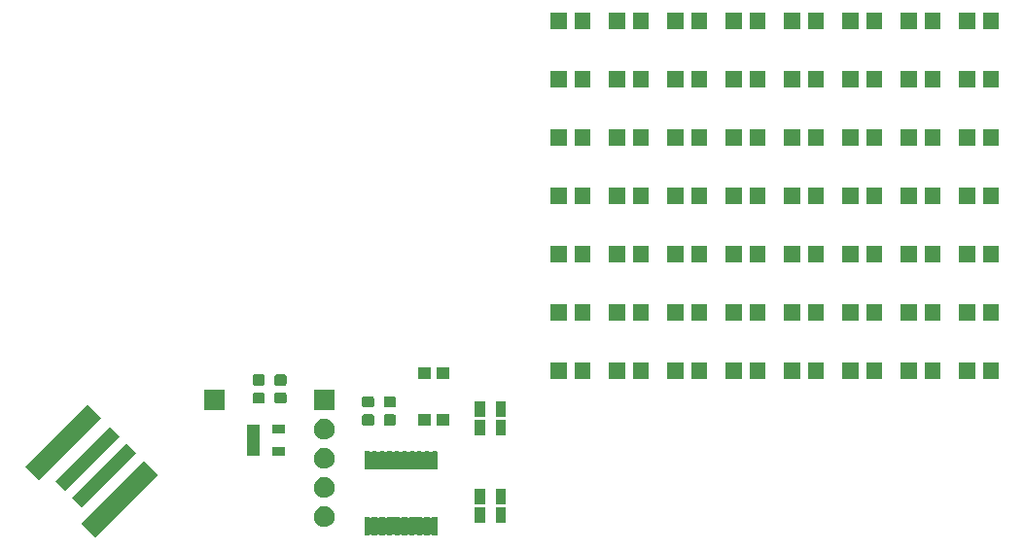
<source format=gbr>
G04 #@! TF.GenerationSoftware,KiCad,Pcbnew,(5.1.5-0-10_14)*
G04 #@! TF.CreationDate,2020-05-23T19:03:48-06:00*
G04 #@! TF.ProjectId,business_card_v1,62757369-6e65-4737-935f-636172645f76,rev?*
G04 #@! TF.SameCoordinates,Original*
G04 #@! TF.FileFunction,Soldermask,Top*
G04 #@! TF.FilePolarity,Negative*
%FSLAX46Y46*%
G04 Gerber Fmt 4.6, Leading zero omitted, Abs format (unit mm)*
G04 Created by KiCad (PCBNEW (5.1.5-0-10_14)) date 2020-05-23 19:03:48*
%MOMM*%
%LPD*%
G04 APERTURE LIST*
%ADD10C,0.100000*%
G04 APERTURE END LIST*
D10*
G36*
X117627397Y-123037275D02*
G01*
X112180412Y-128484260D01*
X110976067Y-127279915D01*
X116423052Y-121832930D01*
X117627397Y-123037275D01*
G37*
G36*
X136022670Y-126726303D02*
G01*
X136034375Y-126729854D01*
X136045165Y-126735621D01*
X136059188Y-126747130D01*
X136068204Y-126756145D01*
X136088578Y-126769759D01*
X136111217Y-126779135D01*
X136135251Y-126783915D01*
X136159755Y-126783915D01*
X136183788Y-126779134D01*
X136206426Y-126769756D01*
X136226801Y-126756142D01*
X136235817Y-126747126D01*
X136249835Y-126735621D01*
X136260625Y-126729854D01*
X136272330Y-126726303D01*
X136290638Y-126724500D01*
X136654362Y-126724500D01*
X136672670Y-126726303D01*
X136684375Y-126729854D01*
X136695165Y-126735621D01*
X136709188Y-126747130D01*
X136718204Y-126756145D01*
X136738578Y-126769759D01*
X136761217Y-126779135D01*
X136785251Y-126783915D01*
X136809755Y-126783915D01*
X136833788Y-126779134D01*
X136856426Y-126769756D01*
X136876801Y-126756142D01*
X136885817Y-126747126D01*
X136899835Y-126735621D01*
X136910625Y-126729854D01*
X136922330Y-126726303D01*
X136940638Y-126724500D01*
X137304362Y-126724500D01*
X137322670Y-126726303D01*
X137334375Y-126729854D01*
X137345165Y-126735621D01*
X137359188Y-126747130D01*
X137368204Y-126756145D01*
X137388578Y-126769759D01*
X137411217Y-126779135D01*
X137435251Y-126783915D01*
X137459755Y-126783915D01*
X137483788Y-126779134D01*
X137506426Y-126769756D01*
X137526801Y-126756142D01*
X137535817Y-126747126D01*
X137549835Y-126735621D01*
X137560625Y-126729854D01*
X137572330Y-126726303D01*
X137590638Y-126724500D01*
X137954362Y-126724500D01*
X137972670Y-126726303D01*
X137984375Y-126729854D01*
X137995165Y-126735621D01*
X138009188Y-126747130D01*
X138018204Y-126756145D01*
X138038578Y-126769759D01*
X138061217Y-126779135D01*
X138085251Y-126783915D01*
X138109755Y-126783915D01*
X138133788Y-126779134D01*
X138156426Y-126769756D01*
X138176801Y-126756142D01*
X138185817Y-126747126D01*
X138199835Y-126735621D01*
X138210625Y-126729854D01*
X138222330Y-126726303D01*
X138240638Y-126724500D01*
X138604362Y-126724500D01*
X138622670Y-126726303D01*
X138634375Y-126729854D01*
X138645165Y-126735621D01*
X138659188Y-126747130D01*
X138668204Y-126756145D01*
X138688578Y-126769759D01*
X138711217Y-126779135D01*
X138735251Y-126783915D01*
X138759755Y-126783915D01*
X138783788Y-126779134D01*
X138806426Y-126769756D01*
X138826801Y-126756142D01*
X138835817Y-126747126D01*
X138849835Y-126735621D01*
X138860625Y-126729854D01*
X138872330Y-126726303D01*
X138890638Y-126724500D01*
X139254362Y-126724500D01*
X139272670Y-126726303D01*
X139284375Y-126729854D01*
X139295165Y-126735621D01*
X139309188Y-126747130D01*
X139318204Y-126756145D01*
X139338578Y-126769759D01*
X139361217Y-126779135D01*
X139385251Y-126783915D01*
X139409755Y-126783915D01*
X139433788Y-126779134D01*
X139456426Y-126769756D01*
X139476801Y-126756142D01*
X139485817Y-126747126D01*
X139499835Y-126735621D01*
X139510625Y-126729854D01*
X139522330Y-126726303D01*
X139540638Y-126724500D01*
X139904362Y-126724500D01*
X139922670Y-126726303D01*
X139934375Y-126729854D01*
X139945165Y-126735621D01*
X139959188Y-126747130D01*
X139968204Y-126756145D01*
X139988578Y-126769759D01*
X140011217Y-126779135D01*
X140035251Y-126783915D01*
X140059755Y-126783915D01*
X140083788Y-126779134D01*
X140106426Y-126769756D01*
X140126801Y-126756142D01*
X140135817Y-126747126D01*
X140149835Y-126735621D01*
X140160625Y-126729854D01*
X140172330Y-126726303D01*
X140190638Y-126724500D01*
X140554362Y-126724500D01*
X140572670Y-126726303D01*
X140584375Y-126729854D01*
X140595165Y-126735621D01*
X140609188Y-126747130D01*
X140618204Y-126756145D01*
X140638578Y-126769759D01*
X140661217Y-126779135D01*
X140685251Y-126783915D01*
X140709755Y-126783915D01*
X140733788Y-126779134D01*
X140756426Y-126769756D01*
X140776801Y-126756142D01*
X140785817Y-126747126D01*
X140799835Y-126735621D01*
X140810625Y-126729854D01*
X140822330Y-126726303D01*
X140840638Y-126724500D01*
X141204362Y-126724500D01*
X141222670Y-126726303D01*
X141234375Y-126729854D01*
X141245165Y-126735621D01*
X141259188Y-126747130D01*
X141268204Y-126756145D01*
X141288578Y-126769759D01*
X141311217Y-126779135D01*
X141335251Y-126783915D01*
X141359755Y-126783915D01*
X141383788Y-126779134D01*
X141406426Y-126769756D01*
X141426801Y-126756142D01*
X141435817Y-126747126D01*
X141449835Y-126735621D01*
X141460625Y-126729854D01*
X141472330Y-126726303D01*
X141490638Y-126724500D01*
X141854362Y-126724500D01*
X141872670Y-126726303D01*
X141884375Y-126729854D01*
X141895165Y-126735621D01*
X141904619Y-126743381D01*
X141912379Y-126752835D01*
X141918146Y-126763625D01*
X141921697Y-126775330D01*
X141923500Y-126793638D01*
X141923500Y-128232362D01*
X141921697Y-128250670D01*
X141918146Y-128262375D01*
X141912379Y-128273165D01*
X141904619Y-128282619D01*
X141895165Y-128290379D01*
X141884375Y-128296146D01*
X141872670Y-128299697D01*
X141854362Y-128301500D01*
X141490638Y-128301500D01*
X141472330Y-128299697D01*
X141460625Y-128296146D01*
X141449835Y-128290379D01*
X141435812Y-128278870D01*
X141426796Y-128269855D01*
X141406422Y-128256241D01*
X141383783Y-128246865D01*
X141359749Y-128242085D01*
X141335245Y-128242085D01*
X141311212Y-128246866D01*
X141288574Y-128256244D01*
X141268199Y-128269858D01*
X141259183Y-128278874D01*
X141245165Y-128290379D01*
X141234375Y-128296146D01*
X141222670Y-128299697D01*
X141204362Y-128301500D01*
X140840638Y-128301500D01*
X140822330Y-128299697D01*
X140810625Y-128296146D01*
X140799835Y-128290379D01*
X140785812Y-128278870D01*
X140776796Y-128269855D01*
X140756422Y-128256241D01*
X140733783Y-128246865D01*
X140709749Y-128242085D01*
X140685245Y-128242085D01*
X140661212Y-128246866D01*
X140638574Y-128256244D01*
X140618199Y-128269858D01*
X140609183Y-128278874D01*
X140595165Y-128290379D01*
X140584375Y-128296146D01*
X140572670Y-128299697D01*
X140554362Y-128301500D01*
X140190638Y-128301500D01*
X140172330Y-128299697D01*
X140160625Y-128296146D01*
X140149835Y-128290379D01*
X140135812Y-128278870D01*
X140126796Y-128269855D01*
X140106422Y-128256241D01*
X140083783Y-128246865D01*
X140059749Y-128242085D01*
X140035245Y-128242085D01*
X140011212Y-128246866D01*
X139988574Y-128256244D01*
X139968199Y-128269858D01*
X139959183Y-128278874D01*
X139945165Y-128290379D01*
X139934375Y-128296146D01*
X139922670Y-128299697D01*
X139904362Y-128301500D01*
X139540638Y-128301500D01*
X139522330Y-128299697D01*
X139510625Y-128296146D01*
X139499835Y-128290379D01*
X139485812Y-128278870D01*
X139476796Y-128269855D01*
X139456422Y-128256241D01*
X139433783Y-128246865D01*
X139409749Y-128242085D01*
X139385245Y-128242085D01*
X139361212Y-128246866D01*
X139338574Y-128256244D01*
X139318199Y-128269858D01*
X139309183Y-128278874D01*
X139295165Y-128290379D01*
X139284375Y-128296146D01*
X139272670Y-128299697D01*
X139254362Y-128301500D01*
X138890638Y-128301500D01*
X138872330Y-128299697D01*
X138860625Y-128296146D01*
X138849835Y-128290379D01*
X138835812Y-128278870D01*
X138826796Y-128269855D01*
X138806422Y-128256241D01*
X138783783Y-128246865D01*
X138759749Y-128242085D01*
X138735245Y-128242085D01*
X138711212Y-128246866D01*
X138688574Y-128256244D01*
X138668199Y-128269858D01*
X138659183Y-128278874D01*
X138645165Y-128290379D01*
X138634375Y-128296146D01*
X138622670Y-128299697D01*
X138604362Y-128301500D01*
X138240638Y-128301500D01*
X138222330Y-128299697D01*
X138210625Y-128296146D01*
X138199835Y-128290379D01*
X138185812Y-128278870D01*
X138176796Y-128269855D01*
X138156422Y-128256241D01*
X138133783Y-128246865D01*
X138109749Y-128242085D01*
X138085245Y-128242085D01*
X138061212Y-128246866D01*
X138038574Y-128256244D01*
X138018199Y-128269858D01*
X138009183Y-128278874D01*
X137995165Y-128290379D01*
X137984375Y-128296146D01*
X137972670Y-128299697D01*
X137954362Y-128301500D01*
X137590638Y-128301500D01*
X137572330Y-128299697D01*
X137560625Y-128296146D01*
X137549835Y-128290379D01*
X137535812Y-128278870D01*
X137526796Y-128269855D01*
X137506422Y-128256241D01*
X137483783Y-128246865D01*
X137459749Y-128242085D01*
X137435245Y-128242085D01*
X137411212Y-128246866D01*
X137388574Y-128256244D01*
X137368199Y-128269858D01*
X137359183Y-128278874D01*
X137345165Y-128290379D01*
X137334375Y-128296146D01*
X137322670Y-128299697D01*
X137304362Y-128301500D01*
X136940638Y-128301500D01*
X136922330Y-128299697D01*
X136910625Y-128296146D01*
X136899835Y-128290379D01*
X136885812Y-128278870D01*
X136876796Y-128269855D01*
X136856422Y-128256241D01*
X136833783Y-128246865D01*
X136809749Y-128242085D01*
X136785245Y-128242085D01*
X136761212Y-128246866D01*
X136738574Y-128256244D01*
X136718199Y-128269858D01*
X136709183Y-128278874D01*
X136695165Y-128290379D01*
X136684375Y-128296146D01*
X136672670Y-128299697D01*
X136654362Y-128301500D01*
X136290638Y-128301500D01*
X136272330Y-128299697D01*
X136260625Y-128296146D01*
X136249835Y-128290379D01*
X136235812Y-128278870D01*
X136226796Y-128269855D01*
X136206422Y-128256241D01*
X136183783Y-128246865D01*
X136159749Y-128242085D01*
X136135245Y-128242085D01*
X136111212Y-128246866D01*
X136088574Y-128256244D01*
X136068199Y-128269858D01*
X136059183Y-128278874D01*
X136045165Y-128290379D01*
X136034375Y-128296146D01*
X136022670Y-128299697D01*
X136004362Y-128301500D01*
X135640638Y-128301500D01*
X135622330Y-128299697D01*
X135610625Y-128296146D01*
X135599835Y-128290379D01*
X135590381Y-128282619D01*
X135582621Y-128273165D01*
X135576854Y-128262375D01*
X135573303Y-128250670D01*
X135571500Y-128232362D01*
X135571500Y-126793638D01*
X135573303Y-126775330D01*
X135576854Y-126763625D01*
X135582621Y-126752835D01*
X135590381Y-126743381D01*
X135599835Y-126735621D01*
X135610625Y-126729854D01*
X135622330Y-126726303D01*
X135640638Y-126724500D01*
X136004362Y-126724500D01*
X136022670Y-126726303D01*
G37*
G36*
X132193512Y-125786427D02*
G01*
X132342812Y-125816124D01*
X132506784Y-125884044D01*
X132654354Y-125982647D01*
X132779853Y-126108146D01*
X132878456Y-126255716D01*
X132946376Y-126419688D01*
X132981000Y-126593759D01*
X132981000Y-126771241D01*
X132946376Y-126945312D01*
X132878456Y-127109284D01*
X132779853Y-127256854D01*
X132654354Y-127382353D01*
X132506784Y-127480956D01*
X132342812Y-127548876D01*
X132193512Y-127578573D01*
X132168742Y-127583500D01*
X131991258Y-127583500D01*
X131966488Y-127578573D01*
X131817188Y-127548876D01*
X131653216Y-127480956D01*
X131505646Y-127382353D01*
X131380147Y-127256854D01*
X131281544Y-127109284D01*
X131213624Y-126945312D01*
X131179000Y-126771241D01*
X131179000Y-126593759D01*
X131213624Y-126419688D01*
X131281544Y-126255716D01*
X131380147Y-126108146D01*
X131505646Y-125982647D01*
X131653216Y-125884044D01*
X131817188Y-125816124D01*
X131966488Y-125786427D01*
X131991258Y-125781500D01*
X132168742Y-125781500D01*
X132193512Y-125786427D01*
G37*
G36*
X147909000Y-127231000D02*
G01*
X147007000Y-127231000D01*
X147007000Y-125879000D01*
X147909000Y-125879000D01*
X147909000Y-127231000D01*
G37*
G36*
X146109000Y-127231000D02*
G01*
X145207000Y-127231000D01*
X145207000Y-125879000D01*
X146109000Y-125879000D01*
X146109000Y-127231000D01*
G37*
G36*
X115682854Y-121092731D02*
G01*
X110942975Y-125832610D01*
X110092184Y-124981819D01*
X114832063Y-120241940D01*
X115682854Y-121092731D01*
G37*
G36*
X146109000Y-125581000D02*
G01*
X145207000Y-125581000D01*
X145207000Y-124229000D01*
X146109000Y-124229000D01*
X146109000Y-125581000D01*
G37*
G36*
X147909000Y-125581000D02*
G01*
X147007000Y-125581000D01*
X147007000Y-124229000D01*
X147909000Y-124229000D01*
X147909000Y-125581000D01*
G37*
G36*
X132193512Y-123246427D02*
G01*
X132342812Y-123276124D01*
X132506784Y-123344044D01*
X132654354Y-123442647D01*
X132779853Y-123568146D01*
X132878456Y-123715716D01*
X132946376Y-123879688D01*
X132981000Y-124053759D01*
X132981000Y-124231241D01*
X132946376Y-124405312D01*
X132878456Y-124569284D01*
X132779853Y-124716854D01*
X132654354Y-124842353D01*
X132506784Y-124940956D01*
X132342812Y-125008876D01*
X132193512Y-125038573D01*
X132168742Y-125043500D01*
X131991258Y-125043500D01*
X131966488Y-125038573D01*
X131817188Y-125008876D01*
X131653216Y-124940956D01*
X131505646Y-124842353D01*
X131380147Y-124716854D01*
X131281544Y-124569284D01*
X131213624Y-124405312D01*
X131179000Y-124231241D01*
X131179000Y-124053759D01*
X131213624Y-123879688D01*
X131281544Y-123715716D01*
X131380147Y-123568146D01*
X131505646Y-123442647D01*
X131653216Y-123344044D01*
X131817188Y-123276124D01*
X131966488Y-123246427D01*
X131991258Y-123241500D01*
X132168742Y-123241500D01*
X132193512Y-123246427D01*
G37*
G36*
X114268640Y-119678517D02*
G01*
X109528761Y-124418396D01*
X108677970Y-123567605D01*
X113417849Y-118827726D01*
X114268640Y-119678517D01*
G37*
G36*
X112677650Y-118087528D02*
G01*
X107230665Y-123534513D01*
X106026320Y-122330168D01*
X111473305Y-116883183D01*
X112677650Y-118087528D01*
G37*
G36*
X136022670Y-121001303D02*
G01*
X136034375Y-121004854D01*
X136045165Y-121010621D01*
X136059188Y-121022130D01*
X136068204Y-121031145D01*
X136088578Y-121044759D01*
X136111217Y-121054135D01*
X136135251Y-121058915D01*
X136159755Y-121058915D01*
X136183788Y-121054134D01*
X136206426Y-121044756D01*
X136226801Y-121031142D01*
X136235817Y-121022126D01*
X136249835Y-121010621D01*
X136260625Y-121004854D01*
X136272330Y-121001303D01*
X136290638Y-120999500D01*
X136654362Y-120999500D01*
X136672670Y-121001303D01*
X136684375Y-121004854D01*
X136695165Y-121010621D01*
X136709188Y-121022130D01*
X136718204Y-121031145D01*
X136738578Y-121044759D01*
X136761217Y-121054135D01*
X136785251Y-121058915D01*
X136809755Y-121058915D01*
X136833788Y-121054134D01*
X136856426Y-121044756D01*
X136876801Y-121031142D01*
X136885817Y-121022126D01*
X136899835Y-121010621D01*
X136910625Y-121004854D01*
X136922330Y-121001303D01*
X136940638Y-120999500D01*
X137304362Y-120999500D01*
X137322670Y-121001303D01*
X137334375Y-121004854D01*
X137345165Y-121010621D01*
X137359188Y-121022130D01*
X137368204Y-121031145D01*
X137388578Y-121044759D01*
X137411217Y-121054135D01*
X137435251Y-121058915D01*
X137459755Y-121058915D01*
X137483788Y-121054134D01*
X137506426Y-121044756D01*
X137526801Y-121031142D01*
X137535817Y-121022126D01*
X137549835Y-121010621D01*
X137560625Y-121004854D01*
X137572330Y-121001303D01*
X137590638Y-120999500D01*
X137954362Y-120999500D01*
X137972670Y-121001303D01*
X137984375Y-121004854D01*
X137995165Y-121010621D01*
X138009188Y-121022130D01*
X138018204Y-121031145D01*
X138038578Y-121044759D01*
X138061217Y-121054135D01*
X138085251Y-121058915D01*
X138109755Y-121058915D01*
X138133788Y-121054134D01*
X138156426Y-121044756D01*
X138176801Y-121031142D01*
X138185817Y-121022126D01*
X138199835Y-121010621D01*
X138210625Y-121004854D01*
X138222330Y-121001303D01*
X138240638Y-120999500D01*
X138604362Y-120999500D01*
X138622670Y-121001303D01*
X138634375Y-121004854D01*
X138645165Y-121010621D01*
X138659188Y-121022130D01*
X138668204Y-121031145D01*
X138688578Y-121044759D01*
X138711217Y-121054135D01*
X138735251Y-121058915D01*
X138759755Y-121058915D01*
X138783788Y-121054134D01*
X138806426Y-121044756D01*
X138826801Y-121031142D01*
X138835817Y-121022126D01*
X138849835Y-121010621D01*
X138860625Y-121004854D01*
X138872330Y-121001303D01*
X138890638Y-120999500D01*
X139254362Y-120999500D01*
X139272670Y-121001303D01*
X139284375Y-121004854D01*
X139295165Y-121010621D01*
X139309188Y-121022130D01*
X139318204Y-121031145D01*
X139338578Y-121044759D01*
X139361217Y-121054135D01*
X139385251Y-121058915D01*
X139409755Y-121058915D01*
X139433788Y-121054134D01*
X139456426Y-121044756D01*
X139476801Y-121031142D01*
X139485817Y-121022126D01*
X139499835Y-121010621D01*
X139510625Y-121004854D01*
X139522330Y-121001303D01*
X139540638Y-120999500D01*
X139904362Y-120999500D01*
X139922670Y-121001303D01*
X139934375Y-121004854D01*
X139945165Y-121010621D01*
X139959188Y-121022130D01*
X139968204Y-121031145D01*
X139988578Y-121044759D01*
X140011217Y-121054135D01*
X140035251Y-121058915D01*
X140059755Y-121058915D01*
X140083788Y-121054134D01*
X140106426Y-121044756D01*
X140126801Y-121031142D01*
X140135817Y-121022126D01*
X140149835Y-121010621D01*
X140160625Y-121004854D01*
X140172330Y-121001303D01*
X140190638Y-120999500D01*
X140554362Y-120999500D01*
X140572670Y-121001303D01*
X140584375Y-121004854D01*
X140595165Y-121010621D01*
X140609188Y-121022130D01*
X140618204Y-121031145D01*
X140638578Y-121044759D01*
X140661217Y-121054135D01*
X140685251Y-121058915D01*
X140709755Y-121058915D01*
X140733788Y-121054134D01*
X140756426Y-121044756D01*
X140776801Y-121031142D01*
X140785817Y-121022126D01*
X140799835Y-121010621D01*
X140810625Y-121004854D01*
X140822330Y-121001303D01*
X140840638Y-120999500D01*
X141204362Y-120999500D01*
X141222670Y-121001303D01*
X141234375Y-121004854D01*
X141245165Y-121010621D01*
X141259188Y-121022130D01*
X141268204Y-121031145D01*
X141288578Y-121044759D01*
X141311217Y-121054135D01*
X141335251Y-121058915D01*
X141359755Y-121058915D01*
X141383788Y-121054134D01*
X141406426Y-121044756D01*
X141426801Y-121031142D01*
X141435817Y-121022126D01*
X141449835Y-121010621D01*
X141460625Y-121004854D01*
X141472330Y-121001303D01*
X141490638Y-120999500D01*
X141854362Y-120999500D01*
X141872670Y-121001303D01*
X141884375Y-121004854D01*
X141895165Y-121010621D01*
X141904619Y-121018381D01*
X141912379Y-121027835D01*
X141918146Y-121038625D01*
X141921697Y-121050330D01*
X141923500Y-121068638D01*
X141923500Y-122507362D01*
X141921697Y-122525670D01*
X141918146Y-122537375D01*
X141912379Y-122548165D01*
X141904619Y-122557619D01*
X141895165Y-122565379D01*
X141884375Y-122571146D01*
X141872670Y-122574697D01*
X141854362Y-122576500D01*
X141490638Y-122576500D01*
X141472330Y-122574697D01*
X141460625Y-122571146D01*
X141449835Y-122565379D01*
X141435812Y-122553870D01*
X141426796Y-122544855D01*
X141406422Y-122531241D01*
X141383783Y-122521865D01*
X141359749Y-122517085D01*
X141335245Y-122517085D01*
X141311212Y-122521866D01*
X141288574Y-122531244D01*
X141268199Y-122544858D01*
X141259183Y-122553874D01*
X141245165Y-122565379D01*
X141234375Y-122571146D01*
X141222670Y-122574697D01*
X141204362Y-122576500D01*
X140840638Y-122576500D01*
X140822330Y-122574697D01*
X140810625Y-122571146D01*
X140799835Y-122565379D01*
X140785812Y-122553870D01*
X140776796Y-122544855D01*
X140756422Y-122531241D01*
X140733783Y-122521865D01*
X140709749Y-122517085D01*
X140685245Y-122517085D01*
X140661212Y-122521866D01*
X140638574Y-122531244D01*
X140618199Y-122544858D01*
X140609183Y-122553874D01*
X140595165Y-122565379D01*
X140584375Y-122571146D01*
X140572670Y-122574697D01*
X140554362Y-122576500D01*
X140190638Y-122576500D01*
X140172330Y-122574697D01*
X140160625Y-122571146D01*
X140149835Y-122565379D01*
X140135812Y-122553870D01*
X140126796Y-122544855D01*
X140106422Y-122531241D01*
X140083783Y-122521865D01*
X140059749Y-122517085D01*
X140035245Y-122517085D01*
X140011212Y-122521866D01*
X139988574Y-122531244D01*
X139968199Y-122544858D01*
X139959183Y-122553874D01*
X139945165Y-122565379D01*
X139934375Y-122571146D01*
X139922670Y-122574697D01*
X139904362Y-122576500D01*
X139540638Y-122576500D01*
X139522330Y-122574697D01*
X139510625Y-122571146D01*
X139499835Y-122565379D01*
X139485812Y-122553870D01*
X139476796Y-122544855D01*
X139456422Y-122531241D01*
X139433783Y-122521865D01*
X139409749Y-122517085D01*
X139385245Y-122517085D01*
X139361212Y-122521866D01*
X139338574Y-122531244D01*
X139318199Y-122544858D01*
X139309183Y-122553874D01*
X139295165Y-122565379D01*
X139284375Y-122571146D01*
X139272670Y-122574697D01*
X139254362Y-122576500D01*
X138890638Y-122576500D01*
X138872330Y-122574697D01*
X138860625Y-122571146D01*
X138849835Y-122565379D01*
X138835812Y-122553870D01*
X138826796Y-122544855D01*
X138806422Y-122531241D01*
X138783783Y-122521865D01*
X138759749Y-122517085D01*
X138735245Y-122517085D01*
X138711212Y-122521866D01*
X138688574Y-122531244D01*
X138668199Y-122544858D01*
X138659183Y-122553874D01*
X138645165Y-122565379D01*
X138634375Y-122571146D01*
X138622670Y-122574697D01*
X138604362Y-122576500D01*
X138240638Y-122576500D01*
X138222330Y-122574697D01*
X138210625Y-122571146D01*
X138199835Y-122565379D01*
X138185812Y-122553870D01*
X138176796Y-122544855D01*
X138156422Y-122531241D01*
X138133783Y-122521865D01*
X138109749Y-122517085D01*
X138085245Y-122517085D01*
X138061212Y-122521866D01*
X138038574Y-122531244D01*
X138018199Y-122544858D01*
X138009183Y-122553874D01*
X137995165Y-122565379D01*
X137984375Y-122571146D01*
X137972670Y-122574697D01*
X137954362Y-122576500D01*
X137590638Y-122576500D01*
X137572330Y-122574697D01*
X137560625Y-122571146D01*
X137549835Y-122565379D01*
X137535812Y-122553870D01*
X137526796Y-122544855D01*
X137506422Y-122531241D01*
X137483783Y-122521865D01*
X137459749Y-122517085D01*
X137435245Y-122517085D01*
X137411212Y-122521866D01*
X137388574Y-122531244D01*
X137368199Y-122544858D01*
X137359183Y-122553874D01*
X137345165Y-122565379D01*
X137334375Y-122571146D01*
X137322670Y-122574697D01*
X137304362Y-122576500D01*
X136940638Y-122576500D01*
X136922330Y-122574697D01*
X136910625Y-122571146D01*
X136899835Y-122565379D01*
X136885812Y-122553870D01*
X136876796Y-122544855D01*
X136856422Y-122531241D01*
X136833783Y-122521865D01*
X136809749Y-122517085D01*
X136785245Y-122517085D01*
X136761212Y-122521866D01*
X136738574Y-122531244D01*
X136718199Y-122544858D01*
X136709183Y-122553874D01*
X136695165Y-122565379D01*
X136684375Y-122571146D01*
X136672670Y-122574697D01*
X136654362Y-122576500D01*
X136290638Y-122576500D01*
X136272330Y-122574697D01*
X136260625Y-122571146D01*
X136249835Y-122565379D01*
X136235812Y-122553870D01*
X136226796Y-122544855D01*
X136206422Y-122531241D01*
X136183783Y-122521865D01*
X136159749Y-122517085D01*
X136135245Y-122517085D01*
X136111212Y-122521866D01*
X136088574Y-122531244D01*
X136068199Y-122544858D01*
X136059183Y-122553874D01*
X136045165Y-122565379D01*
X136034375Y-122571146D01*
X136022670Y-122574697D01*
X136004362Y-122576500D01*
X135640638Y-122576500D01*
X135622330Y-122574697D01*
X135610625Y-122571146D01*
X135599835Y-122565379D01*
X135590381Y-122557619D01*
X135582621Y-122548165D01*
X135576854Y-122537375D01*
X135573303Y-122525670D01*
X135571500Y-122507362D01*
X135571500Y-121068638D01*
X135573303Y-121050330D01*
X135576854Y-121038625D01*
X135582621Y-121027835D01*
X135590381Y-121018381D01*
X135599835Y-121010621D01*
X135610625Y-121004854D01*
X135622330Y-121001303D01*
X135640638Y-120999500D01*
X136004362Y-120999500D01*
X136022670Y-121001303D01*
G37*
G36*
X132193512Y-120706427D02*
G01*
X132342812Y-120736124D01*
X132506784Y-120804044D01*
X132654354Y-120902647D01*
X132779853Y-121028146D01*
X132878456Y-121175716D01*
X132946376Y-121339688D01*
X132981000Y-121513759D01*
X132981000Y-121691241D01*
X132946376Y-121865312D01*
X132878456Y-122029284D01*
X132779853Y-122176854D01*
X132654354Y-122302353D01*
X132506784Y-122400956D01*
X132342812Y-122468876D01*
X132193512Y-122498573D01*
X132168742Y-122503500D01*
X131991258Y-122503500D01*
X131966488Y-122498573D01*
X131817188Y-122468876D01*
X131653216Y-122400956D01*
X131505646Y-122302353D01*
X131380147Y-122176854D01*
X131281544Y-122029284D01*
X131213624Y-121865312D01*
X131179000Y-121691241D01*
X131179000Y-121513759D01*
X131213624Y-121339688D01*
X131281544Y-121175716D01*
X131380147Y-121028146D01*
X131505646Y-120902647D01*
X131653216Y-120804044D01*
X131817188Y-120736124D01*
X131966488Y-120706427D01*
X131991258Y-120701500D01*
X132168742Y-120701500D01*
X132193512Y-120706427D01*
G37*
G36*
X128681000Y-121341000D02*
G01*
X127519000Y-121341000D01*
X127519000Y-120589000D01*
X128681000Y-120589000D01*
X128681000Y-121341000D01*
G37*
G36*
X126481000Y-121341000D02*
G01*
X125319000Y-121341000D01*
X125319000Y-118689000D01*
X126481000Y-118689000D01*
X126481000Y-121341000D01*
G37*
G36*
X132193512Y-118166427D02*
G01*
X132342812Y-118196124D01*
X132506784Y-118264044D01*
X132654354Y-118362647D01*
X132779853Y-118488146D01*
X132878456Y-118635716D01*
X132946376Y-118799688D01*
X132981000Y-118973759D01*
X132981000Y-119151241D01*
X132946376Y-119325312D01*
X132878456Y-119489284D01*
X132779853Y-119636854D01*
X132654354Y-119762353D01*
X132506784Y-119860956D01*
X132342812Y-119928876D01*
X132193512Y-119958573D01*
X132168742Y-119963500D01*
X131991258Y-119963500D01*
X131966488Y-119958573D01*
X131817188Y-119928876D01*
X131653216Y-119860956D01*
X131505646Y-119762353D01*
X131380147Y-119636854D01*
X131281544Y-119489284D01*
X131213624Y-119325312D01*
X131179000Y-119151241D01*
X131179000Y-118973759D01*
X131213624Y-118799688D01*
X131281544Y-118635716D01*
X131380147Y-118488146D01*
X131505646Y-118362647D01*
X131653216Y-118264044D01*
X131817188Y-118196124D01*
X131966488Y-118166427D01*
X131991258Y-118161500D01*
X132168742Y-118161500D01*
X132193512Y-118166427D01*
G37*
G36*
X147909000Y-119611000D02*
G01*
X147007000Y-119611000D01*
X147007000Y-118259000D01*
X147909000Y-118259000D01*
X147909000Y-119611000D01*
G37*
G36*
X146109000Y-119611000D02*
G01*
X145207000Y-119611000D01*
X145207000Y-118259000D01*
X146109000Y-118259000D01*
X146109000Y-119611000D01*
G37*
G36*
X128681000Y-119441000D02*
G01*
X127519000Y-119441000D01*
X127519000Y-118689000D01*
X128681000Y-118689000D01*
X128681000Y-119441000D01*
G37*
G36*
X141356000Y-118756000D02*
G01*
X140254000Y-118756000D01*
X140254000Y-117754000D01*
X141356000Y-117754000D01*
X141356000Y-118756000D01*
G37*
G36*
X142956000Y-118756000D02*
G01*
X141854000Y-118756000D01*
X141854000Y-117754000D01*
X142956000Y-117754000D01*
X142956000Y-118756000D01*
G37*
G36*
X138174591Y-117778085D02*
G01*
X138208569Y-117788393D01*
X138239890Y-117805134D01*
X138267339Y-117827661D01*
X138289866Y-117855110D01*
X138306607Y-117886431D01*
X138316915Y-117920409D01*
X138321000Y-117961890D01*
X138321000Y-118563110D01*
X138316915Y-118604591D01*
X138306607Y-118638569D01*
X138289866Y-118669890D01*
X138267339Y-118697339D01*
X138239890Y-118719866D01*
X138208569Y-118736607D01*
X138174591Y-118746915D01*
X138133110Y-118751000D01*
X137456890Y-118751000D01*
X137415409Y-118746915D01*
X137381431Y-118736607D01*
X137350110Y-118719866D01*
X137322661Y-118697339D01*
X137300134Y-118669890D01*
X137283393Y-118638569D01*
X137273085Y-118604591D01*
X137269000Y-118563110D01*
X137269000Y-117961890D01*
X137273085Y-117920409D01*
X137283393Y-117886431D01*
X137300134Y-117855110D01*
X137322661Y-117827661D01*
X137350110Y-117805134D01*
X137381431Y-117788393D01*
X137415409Y-117778085D01*
X137456890Y-117774000D01*
X138133110Y-117774000D01*
X138174591Y-117778085D01*
G37*
G36*
X136269591Y-117778085D02*
G01*
X136303569Y-117788393D01*
X136334890Y-117805134D01*
X136362339Y-117827661D01*
X136384866Y-117855110D01*
X136401607Y-117886431D01*
X136411915Y-117920409D01*
X136416000Y-117961890D01*
X136416000Y-118563110D01*
X136411915Y-118604591D01*
X136401607Y-118638569D01*
X136384866Y-118669890D01*
X136362339Y-118697339D01*
X136334890Y-118719866D01*
X136303569Y-118736607D01*
X136269591Y-118746915D01*
X136228110Y-118751000D01*
X135551890Y-118751000D01*
X135510409Y-118746915D01*
X135476431Y-118736607D01*
X135445110Y-118719866D01*
X135417661Y-118697339D01*
X135395134Y-118669890D01*
X135378393Y-118638569D01*
X135368085Y-118604591D01*
X135364000Y-118563110D01*
X135364000Y-117961890D01*
X135368085Y-117920409D01*
X135378393Y-117886431D01*
X135395134Y-117855110D01*
X135417661Y-117827661D01*
X135445110Y-117805134D01*
X135476431Y-117788393D01*
X135510409Y-117778085D01*
X135551890Y-117774000D01*
X136228110Y-117774000D01*
X136269591Y-117778085D01*
G37*
G36*
X147909000Y-117961000D02*
G01*
X147007000Y-117961000D01*
X147007000Y-116609000D01*
X147909000Y-116609000D01*
X147909000Y-117961000D01*
G37*
G36*
X146109000Y-117961000D02*
G01*
X145207000Y-117961000D01*
X145207000Y-116609000D01*
X146109000Y-116609000D01*
X146109000Y-117961000D01*
G37*
G36*
X132981000Y-117423500D02*
G01*
X131179000Y-117423500D01*
X131179000Y-115621500D01*
X132981000Y-115621500D01*
X132981000Y-117423500D01*
G37*
G36*
X123405200Y-117423500D02*
G01*
X121603200Y-117423500D01*
X121603200Y-115621500D01*
X123405200Y-115621500D01*
X123405200Y-117423500D01*
G37*
G36*
X136269591Y-116203085D02*
G01*
X136303569Y-116213393D01*
X136334890Y-116230134D01*
X136362339Y-116252661D01*
X136384866Y-116280110D01*
X136401607Y-116311431D01*
X136411915Y-116345409D01*
X136416000Y-116386890D01*
X136416000Y-116988110D01*
X136411915Y-117029591D01*
X136401607Y-117063569D01*
X136384866Y-117094890D01*
X136362339Y-117122339D01*
X136334890Y-117144866D01*
X136303569Y-117161607D01*
X136269591Y-117171915D01*
X136228110Y-117176000D01*
X135551890Y-117176000D01*
X135510409Y-117171915D01*
X135476431Y-117161607D01*
X135445110Y-117144866D01*
X135417661Y-117122339D01*
X135395134Y-117094890D01*
X135378393Y-117063569D01*
X135368085Y-117029591D01*
X135364000Y-116988110D01*
X135364000Y-116386890D01*
X135368085Y-116345409D01*
X135378393Y-116311431D01*
X135395134Y-116280110D01*
X135417661Y-116252661D01*
X135445110Y-116230134D01*
X135476431Y-116213393D01*
X135510409Y-116203085D01*
X135551890Y-116199000D01*
X136228110Y-116199000D01*
X136269591Y-116203085D01*
G37*
G36*
X138174591Y-116203085D02*
G01*
X138208569Y-116213393D01*
X138239890Y-116230134D01*
X138267339Y-116252661D01*
X138289866Y-116280110D01*
X138306607Y-116311431D01*
X138316915Y-116345409D01*
X138321000Y-116386890D01*
X138321000Y-116988110D01*
X138316915Y-117029591D01*
X138306607Y-117063569D01*
X138289866Y-117094890D01*
X138267339Y-117122339D01*
X138239890Y-117144866D01*
X138208569Y-117161607D01*
X138174591Y-117171915D01*
X138133110Y-117176000D01*
X137456890Y-117176000D01*
X137415409Y-117171915D01*
X137381431Y-117161607D01*
X137350110Y-117144866D01*
X137322661Y-117122339D01*
X137300134Y-117094890D01*
X137283393Y-117063569D01*
X137273085Y-117029591D01*
X137269000Y-116988110D01*
X137269000Y-116386890D01*
X137273085Y-116345409D01*
X137283393Y-116311431D01*
X137300134Y-116280110D01*
X137322661Y-116252661D01*
X137350110Y-116230134D01*
X137381431Y-116213393D01*
X137415409Y-116203085D01*
X137456890Y-116199000D01*
X138133110Y-116199000D01*
X138174591Y-116203085D01*
G37*
G36*
X126744591Y-115873085D02*
G01*
X126778569Y-115883393D01*
X126809890Y-115900134D01*
X126837339Y-115922661D01*
X126859866Y-115950110D01*
X126876607Y-115981431D01*
X126886915Y-116015409D01*
X126891000Y-116056890D01*
X126891000Y-116658110D01*
X126886915Y-116699591D01*
X126876607Y-116733569D01*
X126859866Y-116764890D01*
X126837339Y-116792339D01*
X126809890Y-116814866D01*
X126778569Y-116831607D01*
X126744591Y-116841915D01*
X126703110Y-116846000D01*
X126026890Y-116846000D01*
X125985409Y-116841915D01*
X125951431Y-116831607D01*
X125920110Y-116814866D01*
X125892661Y-116792339D01*
X125870134Y-116764890D01*
X125853393Y-116733569D01*
X125843085Y-116699591D01*
X125839000Y-116658110D01*
X125839000Y-116056890D01*
X125843085Y-116015409D01*
X125853393Y-115981431D01*
X125870134Y-115950110D01*
X125892661Y-115922661D01*
X125920110Y-115900134D01*
X125951431Y-115883393D01*
X125985409Y-115873085D01*
X126026890Y-115869000D01*
X126703110Y-115869000D01*
X126744591Y-115873085D01*
G37*
G36*
X128649591Y-115873085D02*
G01*
X128683569Y-115883393D01*
X128714890Y-115900134D01*
X128742339Y-115922661D01*
X128764866Y-115950110D01*
X128781607Y-115981431D01*
X128791915Y-116015409D01*
X128796000Y-116056890D01*
X128796000Y-116658110D01*
X128791915Y-116699591D01*
X128781607Y-116733569D01*
X128764866Y-116764890D01*
X128742339Y-116792339D01*
X128714890Y-116814866D01*
X128683569Y-116831607D01*
X128649591Y-116841915D01*
X128608110Y-116846000D01*
X127931890Y-116846000D01*
X127890409Y-116841915D01*
X127856431Y-116831607D01*
X127825110Y-116814866D01*
X127797661Y-116792339D01*
X127775134Y-116764890D01*
X127758393Y-116733569D01*
X127748085Y-116699591D01*
X127744000Y-116658110D01*
X127744000Y-116056890D01*
X127748085Y-116015409D01*
X127758393Y-115981431D01*
X127775134Y-115950110D01*
X127797661Y-115922661D01*
X127825110Y-115900134D01*
X127856431Y-115883393D01*
X127890409Y-115873085D01*
X127931890Y-115869000D01*
X128608110Y-115869000D01*
X128649591Y-115873085D01*
G37*
G36*
X126744591Y-114298085D02*
G01*
X126778569Y-114308393D01*
X126809890Y-114325134D01*
X126837339Y-114347661D01*
X126859866Y-114375110D01*
X126876607Y-114406431D01*
X126886915Y-114440409D01*
X126891000Y-114481890D01*
X126891000Y-115083110D01*
X126886915Y-115124591D01*
X126876607Y-115158569D01*
X126859866Y-115189890D01*
X126837339Y-115217339D01*
X126809890Y-115239866D01*
X126778569Y-115256607D01*
X126744591Y-115266915D01*
X126703110Y-115271000D01*
X126026890Y-115271000D01*
X125985409Y-115266915D01*
X125951431Y-115256607D01*
X125920110Y-115239866D01*
X125892661Y-115217339D01*
X125870134Y-115189890D01*
X125853393Y-115158569D01*
X125843085Y-115124591D01*
X125839000Y-115083110D01*
X125839000Y-114481890D01*
X125843085Y-114440409D01*
X125853393Y-114406431D01*
X125870134Y-114375110D01*
X125892661Y-114347661D01*
X125920110Y-114325134D01*
X125951431Y-114308393D01*
X125985409Y-114298085D01*
X126026890Y-114294000D01*
X126703110Y-114294000D01*
X126744591Y-114298085D01*
G37*
G36*
X128649591Y-114298085D02*
G01*
X128683569Y-114308393D01*
X128714890Y-114325134D01*
X128742339Y-114347661D01*
X128764866Y-114375110D01*
X128781607Y-114406431D01*
X128791915Y-114440409D01*
X128796000Y-114481890D01*
X128796000Y-115083110D01*
X128791915Y-115124591D01*
X128781607Y-115158569D01*
X128764866Y-115189890D01*
X128742339Y-115217339D01*
X128714890Y-115239866D01*
X128683569Y-115256607D01*
X128649591Y-115266915D01*
X128608110Y-115271000D01*
X127931890Y-115271000D01*
X127890409Y-115266915D01*
X127856431Y-115256607D01*
X127825110Y-115239866D01*
X127797661Y-115217339D01*
X127775134Y-115189890D01*
X127758393Y-115158569D01*
X127748085Y-115124591D01*
X127744000Y-115083110D01*
X127744000Y-114481890D01*
X127748085Y-114440409D01*
X127758393Y-114406431D01*
X127775134Y-114375110D01*
X127797661Y-114347661D01*
X127825110Y-114325134D01*
X127856431Y-114308393D01*
X127890409Y-114298085D01*
X127931890Y-114294000D01*
X128608110Y-114294000D01*
X128649591Y-114298085D01*
G37*
G36*
X155282700Y-114695200D02*
G01*
X153879500Y-114695200D01*
X153879500Y-113292000D01*
X155282700Y-113292000D01*
X155282700Y-114695200D01*
G37*
G36*
X183662700Y-114695200D02*
G01*
X182259500Y-114695200D01*
X182259500Y-113292000D01*
X183662700Y-113292000D01*
X183662700Y-114695200D01*
G37*
G36*
X153182700Y-114695200D02*
G01*
X151779500Y-114695200D01*
X151779500Y-113292000D01*
X153182700Y-113292000D01*
X153182700Y-114695200D01*
G37*
G36*
X188742700Y-114695200D02*
G01*
X187339500Y-114695200D01*
X187339500Y-113292000D01*
X188742700Y-113292000D01*
X188742700Y-114695200D01*
G37*
G36*
X185762700Y-114695200D02*
G01*
X184359500Y-114695200D01*
X184359500Y-113292000D01*
X185762700Y-113292000D01*
X185762700Y-114695200D01*
G37*
G36*
X158262700Y-114695200D02*
G01*
X156859500Y-114695200D01*
X156859500Y-113292000D01*
X158262700Y-113292000D01*
X158262700Y-114695200D01*
G37*
G36*
X160362700Y-114695200D02*
G01*
X158959500Y-114695200D01*
X158959500Y-113292000D01*
X160362700Y-113292000D01*
X160362700Y-114695200D01*
G37*
G36*
X163342700Y-114695200D02*
G01*
X161939500Y-114695200D01*
X161939500Y-113292000D01*
X163342700Y-113292000D01*
X163342700Y-114695200D01*
G37*
G36*
X165442700Y-114695200D02*
G01*
X164039500Y-114695200D01*
X164039500Y-113292000D01*
X165442700Y-113292000D01*
X165442700Y-114695200D01*
G37*
G36*
X168422700Y-114695200D02*
G01*
X167019500Y-114695200D01*
X167019500Y-113292000D01*
X168422700Y-113292000D01*
X168422700Y-114695200D01*
G37*
G36*
X170522700Y-114695200D02*
G01*
X169119500Y-114695200D01*
X169119500Y-113292000D01*
X170522700Y-113292000D01*
X170522700Y-114695200D01*
G37*
G36*
X173502700Y-114695200D02*
G01*
X172099500Y-114695200D01*
X172099500Y-113292000D01*
X173502700Y-113292000D01*
X173502700Y-114695200D01*
G37*
G36*
X175602700Y-114695200D02*
G01*
X174199500Y-114695200D01*
X174199500Y-113292000D01*
X175602700Y-113292000D01*
X175602700Y-114695200D01*
G37*
G36*
X178582700Y-114695200D02*
G01*
X177179500Y-114695200D01*
X177179500Y-113292000D01*
X178582700Y-113292000D01*
X178582700Y-114695200D01*
G37*
G36*
X180682700Y-114695200D02*
G01*
X179279500Y-114695200D01*
X179279500Y-113292000D01*
X180682700Y-113292000D01*
X180682700Y-114695200D01*
G37*
G36*
X190842700Y-114695200D02*
G01*
X189439500Y-114695200D01*
X189439500Y-113292000D01*
X190842700Y-113292000D01*
X190842700Y-114695200D01*
G37*
G36*
X142956000Y-114656000D02*
G01*
X141854000Y-114656000D01*
X141854000Y-113654000D01*
X142956000Y-113654000D01*
X142956000Y-114656000D01*
G37*
G36*
X141356000Y-114656000D02*
G01*
X140254000Y-114656000D01*
X140254000Y-113654000D01*
X141356000Y-113654000D01*
X141356000Y-114656000D01*
G37*
G36*
X180682700Y-109615200D02*
G01*
X179279500Y-109615200D01*
X179279500Y-108212000D01*
X180682700Y-108212000D01*
X180682700Y-109615200D01*
G37*
G36*
X178582700Y-109615200D02*
G01*
X177179500Y-109615200D01*
X177179500Y-108212000D01*
X178582700Y-108212000D01*
X178582700Y-109615200D01*
G37*
G36*
X175602700Y-109615200D02*
G01*
X174199500Y-109615200D01*
X174199500Y-108212000D01*
X175602700Y-108212000D01*
X175602700Y-109615200D01*
G37*
G36*
X173502700Y-109615200D02*
G01*
X172099500Y-109615200D01*
X172099500Y-108212000D01*
X173502700Y-108212000D01*
X173502700Y-109615200D01*
G37*
G36*
X170522700Y-109615200D02*
G01*
X169119500Y-109615200D01*
X169119500Y-108212000D01*
X170522700Y-108212000D01*
X170522700Y-109615200D01*
G37*
G36*
X168422700Y-109615200D02*
G01*
X167019500Y-109615200D01*
X167019500Y-108212000D01*
X168422700Y-108212000D01*
X168422700Y-109615200D01*
G37*
G36*
X165442700Y-109615200D02*
G01*
X164039500Y-109615200D01*
X164039500Y-108212000D01*
X165442700Y-108212000D01*
X165442700Y-109615200D01*
G37*
G36*
X163342700Y-109615200D02*
G01*
X161939500Y-109615200D01*
X161939500Y-108212000D01*
X163342700Y-108212000D01*
X163342700Y-109615200D01*
G37*
G36*
X160362700Y-109615200D02*
G01*
X158959500Y-109615200D01*
X158959500Y-108212000D01*
X160362700Y-108212000D01*
X160362700Y-109615200D01*
G37*
G36*
X158262700Y-109615200D02*
G01*
X156859500Y-109615200D01*
X156859500Y-108212000D01*
X158262700Y-108212000D01*
X158262700Y-109615200D01*
G37*
G36*
X155282700Y-109615200D02*
G01*
X153879500Y-109615200D01*
X153879500Y-108212000D01*
X155282700Y-108212000D01*
X155282700Y-109615200D01*
G37*
G36*
X153182700Y-109615200D02*
G01*
X151779500Y-109615200D01*
X151779500Y-108212000D01*
X153182700Y-108212000D01*
X153182700Y-109615200D01*
G37*
G36*
X188742700Y-109615200D02*
G01*
X187339500Y-109615200D01*
X187339500Y-108212000D01*
X188742700Y-108212000D01*
X188742700Y-109615200D01*
G37*
G36*
X190842700Y-109615200D02*
G01*
X189439500Y-109615200D01*
X189439500Y-108212000D01*
X190842700Y-108212000D01*
X190842700Y-109615200D01*
G37*
G36*
X183662700Y-109615200D02*
G01*
X182259500Y-109615200D01*
X182259500Y-108212000D01*
X183662700Y-108212000D01*
X183662700Y-109615200D01*
G37*
G36*
X185762700Y-109615200D02*
G01*
X184359500Y-109615200D01*
X184359500Y-108212000D01*
X185762700Y-108212000D01*
X185762700Y-109615200D01*
G37*
G36*
X188742700Y-104535200D02*
G01*
X187339500Y-104535200D01*
X187339500Y-103132000D01*
X188742700Y-103132000D01*
X188742700Y-104535200D01*
G37*
G36*
X180682700Y-104535200D02*
G01*
X179279500Y-104535200D01*
X179279500Y-103132000D01*
X180682700Y-103132000D01*
X180682700Y-104535200D01*
G37*
G36*
X190842700Y-104535200D02*
G01*
X189439500Y-104535200D01*
X189439500Y-103132000D01*
X190842700Y-103132000D01*
X190842700Y-104535200D01*
G37*
G36*
X185762700Y-104535200D02*
G01*
X184359500Y-104535200D01*
X184359500Y-103132000D01*
X185762700Y-103132000D01*
X185762700Y-104535200D01*
G37*
G36*
X183662700Y-104535200D02*
G01*
X182259500Y-104535200D01*
X182259500Y-103132000D01*
X183662700Y-103132000D01*
X183662700Y-104535200D01*
G37*
G36*
X153182700Y-104535200D02*
G01*
X151779500Y-104535200D01*
X151779500Y-103132000D01*
X153182700Y-103132000D01*
X153182700Y-104535200D01*
G37*
G36*
X155282700Y-104535200D02*
G01*
X153879500Y-104535200D01*
X153879500Y-103132000D01*
X155282700Y-103132000D01*
X155282700Y-104535200D01*
G37*
G36*
X158262700Y-104535200D02*
G01*
X156859500Y-104535200D01*
X156859500Y-103132000D01*
X158262700Y-103132000D01*
X158262700Y-104535200D01*
G37*
G36*
X160362700Y-104535200D02*
G01*
X158959500Y-104535200D01*
X158959500Y-103132000D01*
X160362700Y-103132000D01*
X160362700Y-104535200D01*
G37*
G36*
X163342700Y-104535200D02*
G01*
X161939500Y-104535200D01*
X161939500Y-103132000D01*
X163342700Y-103132000D01*
X163342700Y-104535200D01*
G37*
G36*
X165442700Y-104535200D02*
G01*
X164039500Y-104535200D01*
X164039500Y-103132000D01*
X165442700Y-103132000D01*
X165442700Y-104535200D01*
G37*
G36*
X168422700Y-104535200D02*
G01*
X167019500Y-104535200D01*
X167019500Y-103132000D01*
X168422700Y-103132000D01*
X168422700Y-104535200D01*
G37*
G36*
X170522700Y-104535200D02*
G01*
X169119500Y-104535200D01*
X169119500Y-103132000D01*
X170522700Y-103132000D01*
X170522700Y-104535200D01*
G37*
G36*
X173502700Y-104535200D02*
G01*
X172099500Y-104535200D01*
X172099500Y-103132000D01*
X173502700Y-103132000D01*
X173502700Y-104535200D01*
G37*
G36*
X175602700Y-104535200D02*
G01*
X174199500Y-104535200D01*
X174199500Y-103132000D01*
X175602700Y-103132000D01*
X175602700Y-104535200D01*
G37*
G36*
X178582700Y-104535200D02*
G01*
X177179500Y-104535200D01*
X177179500Y-103132000D01*
X178582700Y-103132000D01*
X178582700Y-104535200D01*
G37*
G36*
X185762700Y-99455200D02*
G01*
X184359500Y-99455200D01*
X184359500Y-98052000D01*
X185762700Y-98052000D01*
X185762700Y-99455200D01*
G37*
G36*
X190842700Y-99455200D02*
G01*
X189439500Y-99455200D01*
X189439500Y-98052000D01*
X190842700Y-98052000D01*
X190842700Y-99455200D01*
G37*
G36*
X183662700Y-99455200D02*
G01*
X182259500Y-99455200D01*
X182259500Y-98052000D01*
X183662700Y-98052000D01*
X183662700Y-99455200D01*
G37*
G36*
X180682700Y-99455200D02*
G01*
X179279500Y-99455200D01*
X179279500Y-98052000D01*
X180682700Y-98052000D01*
X180682700Y-99455200D01*
G37*
G36*
X178582700Y-99455200D02*
G01*
X177179500Y-99455200D01*
X177179500Y-98052000D01*
X178582700Y-98052000D01*
X178582700Y-99455200D01*
G37*
G36*
X153182700Y-99455200D02*
G01*
X151779500Y-99455200D01*
X151779500Y-98052000D01*
X153182700Y-98052000D01*
X153182700Y-99455200D01*
G37*
G36*
X155282700Y-99455200D02*
G01*
X153879500Y-99455200D01*
X153879500Y-98052000D01*
X155282700Y-98052000D01*
X155282700Y-99455200D01*
G37*
G36*
X175602700Y-99455200D02*
G01*
X174199500Y-99455200D01*
X174199500Y-98052000D01*
X175602700Y-98052000D01*
X175602700Y-99455200D01*
G37*
G36*
X173502700Y-99455200D02*
G01*
X172099500Y-99455200D01*
X172099500Y-98052000D01*
X173502700Y-98052000D01*
X173502700Y-99455200D01*
G37*
G36*
X170522700Y-99455200D02*
G01*
X169119500Y-99455200D01*
X169119500Y-98052000D01*
X170522700Y-98052000D01*
X170522700Y-99455200D01*
G37*
G36*
X168422700Y-99455200D02*
G01*
X167019500Y-99455200D01*
X167019500Y-98052000D01*
X168422700Y-98052000D01*
X168422700Y-99455200D01*
G37*
G36*
X165442700Y-99455200D02*
G01*
X164039500Y-99455200D01*
X164039500Y-98052000D01*
X165442700Y-98052000D01*
X165442700Y-99455200D01*
G37*
G36*
X163342700Y-99455200D02*
G01*
X161939500Y-99455200D01*
X161939500Y-98052000D01*
X163342700Y-98052000D01*
X163342700Y-99455200D01*
G37*
G36*
X160362700Y-99455200D02*
G01*
X158959500Y-99455200D01*
X158959500Y-98052000D01*
X160362700Y-98052000D01*
X160362700Y-99455200D01*
G37*
G36*
X158262700Y-99455200D02*
G01*
X156859500Y-99455200D01*
X156859500Y-98052000D01*
X158262700Y-98052000D01*
X158262700Y-99455200D01*
G37*
G36*
X188742700Y-99455200D02*
G01*
X187339500Y-99455200D01*
X187339500Y-98052000D01*
X188742700Y-98052000D01*
X188742700Y-99455200D01*
G37*
G36*
X158262700Y-94375200D02*
G01*
X156859500Y-94375200D01*
X156859500Y-92972000D01*
X158262700Y-92972000D01*
X158262700Y-94375200D01*
G37*
G36*
X160362700Y-94375200D02*
G01*
X158959500Y-94375200D01*
X158959500Y-92972000D01*
X160362700Y-92972000D01*
X160362700Y-94375200D01*
G37*
G36*
X163342700Y-94375200D02*
G01*
X161939500Y-94375200D01*
X161939500Y-92972000D01*
X163342700Y-92972000D01*
X163342700Y-94375200D01*
G37*
G36*
X165442700Y-94375200D02*
G01*
X164039500Y-94375200D01*
X164039500Y-92972000D01*
X165442700Y-92972000D01*
X165442700Y-94375200D01*
G37*
G36*
X155282700Y-94375200D02*
G01*
X153879500Y-94375200D01*
X153879500Y-92972000D01*
X155282700Y-92972000D01*
X155282700Y-94375200D01*
G37*
G36*
X153182700Y-94375200D02*
G01*
X151779500Y-94375200D01*
X151779500Y-92972000D01*
X153182700Y-92972000D01*
X153182700Y-94375200D01*
G37*
G36*
X168422700Y-94375200D02*
G01*
X167019500Y-94375200D01*
X167019500Y-92972000D01*
X168422700Y-92972000D01*
X168422700Y-94375200D01*
G37*
G36*
X170522700Y-94375200D02*
G01*
X169119500Y-94375200D01*
X169119500Y-92972000D01*
X170522700Y-92972000D01*
X170522700Y-94375200D01*
G37*
G36*
X173502700Y-94375200D02*
G01*
X172099500Y-94375200D01*
X172099500Y-92972000D01*
X173502700Y-92972000D01*
X173502700Y-94375200D01*
G37*
G36*
X175602700Y-94375200D02*
G01*
X174199500Y-94375200D01*
X174199500Y-92972000D01*
X175602700Y-92972000D01*
X175602700Y-94375200D01*
G37*
G36*
X178582700Y-94375200D02*
G01*
X177179500Y-94375200D01*
X177179500Y-92972000D01*
X178582700Y-92972000D01*
X178582700Y-94375200D01*
G37*
G36*
X180682700Y-94375200D02*
G01*
X179279500Y-94375200D01*
X179279500Y-92972000D01*
X180682700Y-92972000D01*
X180682700Y-94375200D01*
G37*
G36*
X183662700Y-94375200D02*
G01*
X182259500Y-94375200D01*
X182259500Y-92972000D01*
X183662700Y-92972000D01*
X183662700Y-94375200D01*
G37*
G36*
X185762700Y-94375200D02*
G01*
X184359500Y-94375200D01*
X184359500Y-92972000D01*
X185762700Y-92972000D01*
X185762700Y-94375200D01*
G37*
G36*
X188742700Y-94375200D02*
G01*
X187339500Y-94375200D01*
X187339500Y-92972000D01*
X188742700Y-92972000D01*
X188742700Y-94375200D01*
G37*
G36*
X190842700Y-94375200D02*
G01*
X189439500Y-94375200D01*
X189439500Y-92972000D01*
X190842700Y-92972000D01*
X190842700Y-94375200D01*
G37*
G36*
X190842700Y-89295200D02*
G01*
X189439500Y-89295200D01*
X189439500Y-87892000D01*
X190842700Y-87892000D01*
X190842700Y-89295200D01*
G37*
G36*
X188742700Y-89295200D02*
G01*
X187339500Y-89295200D01*
X187339500Y-87892000D01*
X188742700Y-87892000D01*
X188742700Y-89295200D01*
G37*
G36*
X185762700Y-89295200D02*
G01*
X184359500Y-89295200D01*
X184359500Y-87892000D01*
X185762700Y-87892000D01*
X185762700Y-89295200D01*
G37*
G36*
X183662700Y-89295200D02*
G01*
X182259500Y-89295200D01*
X182259500Y-87892000D01*
X183662700Y-87892000D01*
X183662700Y-89295200D01*
G37*
G36*
X180682700Y-89295200D02*
G01*
X179279500Y-89295200D01*
X179279500Y-87892000D01*
X180682700Y-87892000D01*
X180682700Y-89295200D01*
G37*
G36*
X178582700Y-89295200D02*
G01*
X177179500Y-89295200D01*
X177179500Y-87892000D01*
X178582700Y-87892000D01*
X178582700Y-89295200D01*
G37*
G36*
X175602700Y-89295200D02*
G01*
X174199500Y-89295200D01*
X174199500Y-87892000D01*
X175602700Y-87892000D01*
X175602700Y-89295200D01*
G37*
G36*
X173502700Y-89295200D02*
G01*
X172099500Y-89295200D01*
X172099500Y-87892000D01*
X173502700Y-87892000D01*
X173502700Y-89295200D01*
G37*
G36*
X170522700Y-89295200D02*
G01*
X169119500Y-89295200D01*
X169119500Y-87892000D01*
X170522700Y-87892000D01*
X170522700Y-89295200D01*
G37*
G36*
X168422700Y-89295200D02*
G01*
X167019500Y-89295200D01*
X167019500Y-87892000D01*
X168422700Y-87892000D01*
X168422700Y-89295200D01*
G37*
G36*
X165442700Y-89295200D02*
G01*
X164039500Y-89295200D01*
X164039500Y-87892000D01*
X165442700Y-87892000D01*
X165442700Y-89295200D01*
G37*
G36*
X163342700Y-89295200D02*
G01*
X161939500Y-89295200D01*
X161939500Y-87892000D01*
X163342700Y-87892000D01*
X163342700Y-89295200D01*
G37*
G36*
X160362700Y-89295200D02*
G01*
X158959500Y-89295200D01*
X158959500Y-87892000D01*
X160362700Y-87892000D01*
X160362700Y-89295200D01*
G37*
G36*
X158262700Y-89295200D02*
G01*
X156859500Y-89295200D01*
X156859500Y-87892000D01*
X158262700Y-87892000D01*
X158262700Y-89295200D01*
G37*
G36*
X153182700Y-89295200D02*
G01*
X151779500Y-89295200D01*
X151779500Y-87892000D01*
X153182700Y-87892000D01*
X153182700Y-89295200D01*
G37*
G36*
X155282700Y-89295200D02*
G01*
X153879500Y-89295200D01*
X153879500Y-87892000D01*
X155282700Y-87892000D01*
X155282700Y-89295200D01*
G37*
G36*
X170522700Y-84215200D02*
G01*
X169119500Y-84215200D01*
X169119500Y-82812000D01*
X170522700Y-82812000D01*
X170522700Y-84215200D01*
G37*
G36*
X168422700Y-84215200D02*
G01*
X167019500Y-84215200D01*
X167019500Y-82812000D01*
X168422700Y-82812000D01*
X168422700Y-84215200D01*
G37*
G36*
X165442700Y-84215200D02*
G01*
X164039500Y-84215200D01*
X164039500Y-82812000D01*
X165442700Y-82812000D01*
X165442700Y-84215200D01*
G37*
G36*
X163342700Y-84215200D02*
G01*
X161939500Y-84215200D01*
X161939500Y-82812000D01*
X163342700Y-82812000D01*
X163342700Y-84215200D01*
G37*
G36*
X160362700Y-84215200D02*
G01*
X158959500Y-84215200D01*
X158959500Y-82812000D01*
X160362700Y-82812000D01*
X160362700Y-84215200D01*
G37*
G36*
X158262700Y-84215200D02*
G01*
X156859500Y-84215200D01*
X156859500Y-82812000D01*
X158262700Y-82812000D01*
X158262700Y-84215200D01*
G37*
G36*
X173502700Y-84215200D02*
G01*
X172099500Y-84215200D01*
X172099500Y-82812000D01*
X173502700Y-82812000D01*
X173502700Y-84215200D01*
G37*
G36*
X175602700Y-84215200D02*
G01*
X174199500Y-84215200D01*
X174199500Y-82812000D01*
X175602700Y-82812000D01*
X175602700Y-84215200D01*
G37*
G36*
X153182700Y-84215200D02*
G01*
X151779500Y-84215200D01*
X151779500Y-82812000D01*
X153182700Y-82812000D01*
X153182700Y-84215200D01*
G37*
G36*
X155282700Y-84215200D02*
G01*
X153879500Y-84215200D01*
X153879500Y-82812000D01*
X155282700Y-82812000D01*
X155282700Y-84215200D01*
G37*
G36*
X178582700Y-84215200D02*
G01*
X177179500Y-84215200D01*
X177179500Y-82812000D01*
X178582700Y-82812000D01*
X178582700Y-84215200D01*
G37*
G36*
X180682700Y-84215200D02*
G01*
X179279500Y-84215200D01*
X179279500Y-82812000D01*
X180682700Y-82812000D01*
X180682700Y-84215200D01*
G37*
G36*
X183662700Y-84215200D02*
G01*
X182259500Y-84215200D01*
X182259500Y-82812000D01*
X183662700Y-82812000D01*
X183662700Y-84215200D01*
G37*
G36*
X185762700Y-84215200D02*
G01*
X184359500Y-84215200D01*
X184359500Y-82812000D01*
X185762700Y-82812000D01*
X185762700Y-84215200D01*
G37*
G36*
X188742700Y-84215200D02*
G01*
X187339500Y-84215200D01*
X187339500Y-82812000D01*
X188742700Y-82812000D01*
X188742700Y-84215200D01*
G37*
G36*
X190842700Y-84215200D02*
G01*
X189439500Y-84215200D01*
X189439500Y-82812000D01*
X190842700Y-82812000D01*
X190842700Y-84215200D01*
G37*
M02*

</source>
